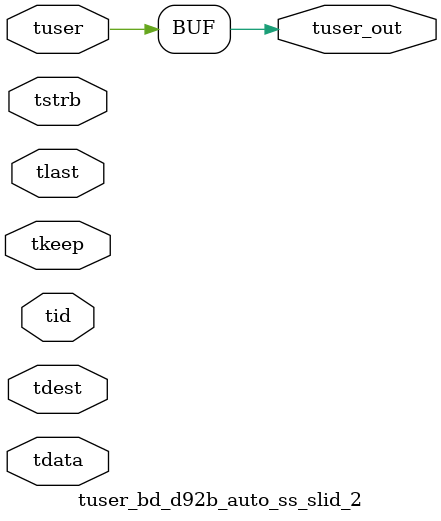
<source format=v>


`timescale 1ps/1ps

module tuser_bd_d92b_auto_ss_slid_2 #
(
parameter C_S_AXIS_TUSER_WIDTH = 1,
parameter C_S_AXIS_TDATA_WIDTH = 32,
parameter C_S_AXIS_TID_WIDTH   = 0,
parameter C_S_AXIS_TDEST_WIDTH = 0,
parameter C_M_AXIS_TUSER_WIDTH = 1
)
(
input  [(C_S_AXIS_TUSER_WIDTH == 0 ? 1 : C_S_AXIS_TUSER_WIDTH)-1:0     ] tuser,
input  [(C_S_AXIS_TDATA_WIDTH == 0 ? 1 : C_S_AXIS_TDATA_WIDTH)-1:0     ] tdata,
input  [(C_S_AXIS_TID_WIDTH   == 0 ? 1 : C_S_AXIS_TID_WIDTH)-1:0       ] tid,
input  [(C_S_AXIS_TDEST_WIDTH == 0 ? 1 : C_S_AXIS_TDEST_WIDTH)-1:0     ] tdest,
input  [(C_S_AXIS_TDATA_WIDTH/8)-1:0 ] tkeep,
input  [(C_S_AXIS_TDATA_WIDTH/8)-1:0 ] tstrb,
input                                                                    tlast,
output [C_M_AXIS_TUSER_WIDTH-1:0] tuser_out
);

assign tuser_out = {tuser[0:0]};

endmodule


</source>
